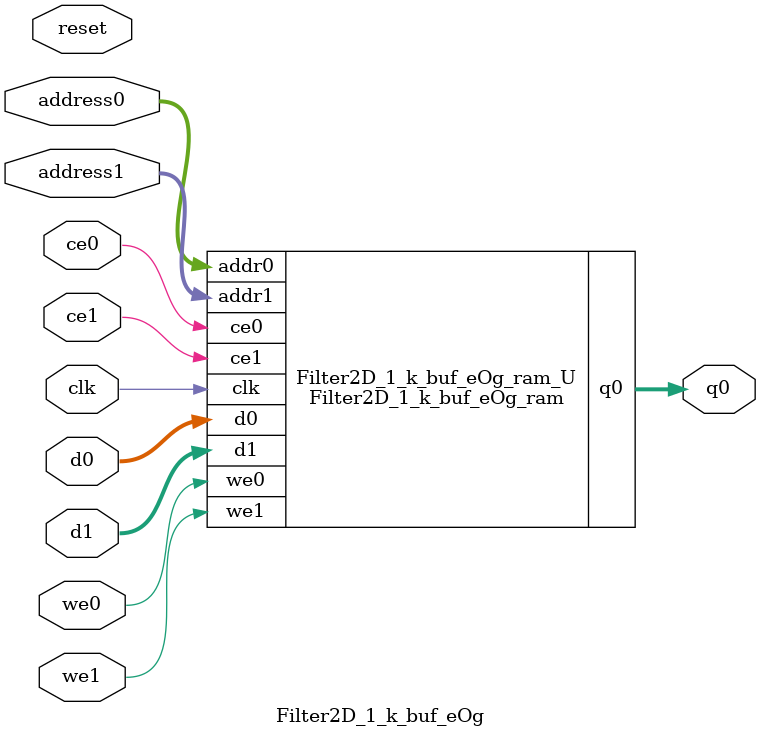
<source format=v>
`timescale 1 ns / 1 ps
module Filter2D_1_k_buf_eOg_ram (addr0, ce0, d0, we0, q0, addr1, ce1, d1, we1,  clk);

parameter DWIDTH = 8;
parameter AWIDTH = 11;
parameter MEM_SIZE = 1920;

input[AWIDTH-1:0] addr0;
input ce0;
input[DWIDTH-1:0] d0;
input we0;
output reg[DWIDTH-1:0] q0;
input[AWIDTH-1:0] addr1;
input ce1;
input[DWIDTH-1:0] d1;
input we1;
input clk;

(* ram_style = "block" *)reg [DWIDTH-1:0] ram[0:MEM_SIZE-1];




always @(posedge clk)  
begin 
    if (ce0) begin
        if (we0) 
            ram[addr0] <= d0; 
        q0 <= ram[addr0];
    end
end


always @(posedge clk)  
begin 
    if (ce1) begin
        if (we1) 
            ram[addr1] <= d1; 
    end
end


endmodule

`timescale 1 ns / 1 ps
module Filter2D_1_k_buf_eOg(
    reset,
    clk,
    address0,
    ce0,
    we0,
    d0,
    q0,
    address1,
    ce1,
    we1,
    d1);

parameter DataWidth = 32'd8;
parameter AddressRange = 32'd1920;
parameter AddressWidth = 32'd11;
input reset;
input clk;
input[AddressWidth - 1:0] address0;
input ce0;
input we0;
input[DataWidth - 1:0] d0;
output[DataWidth - 1:0] q0;
input[AddressWidth - 1:0] address1;
input ce1;
input we1;
input[DataWidth - 1:0] d1;



Filter2D_1_k_buf_eOg_ram Filter2D_1_k_buf_eOg_ram_U(
    .clk( clk ),
    .addr0( address0 ),
    .ce0( ce0 ),
    .we0( we0 ),
    .d0( d0 ),
    .q0( q0 ),
    .addr1( address1 ),
    .ce1( ce1 ),
    .we1( we1 ),
    .d1( d1 ));

endmodule


</source>
